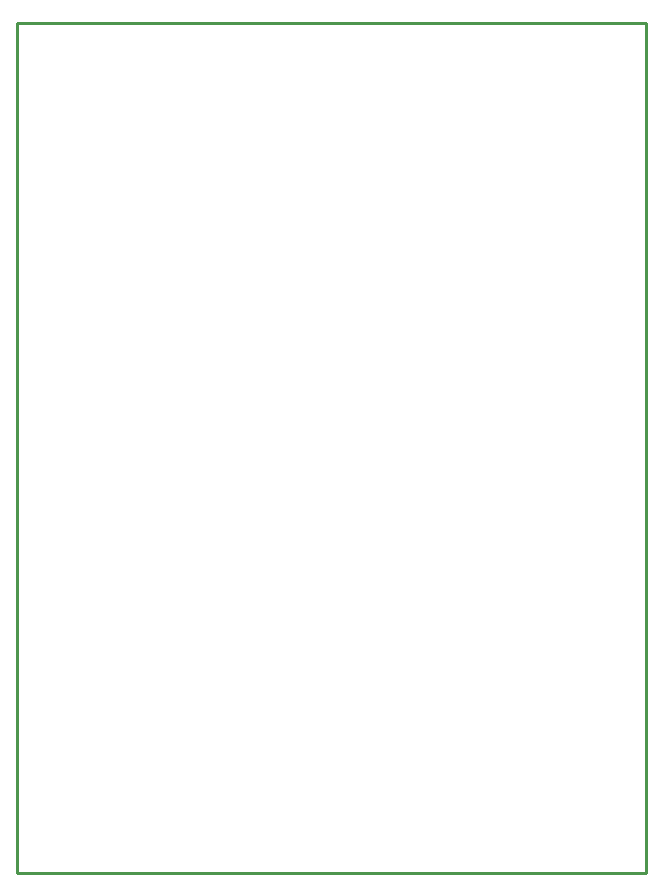
<source format=gm1>
%FSLAX25Y25*%
%MOIN*%
G70*
G01*
G75*
G04 Layer_Color=16711935*
%ADD10R,0.04331X0.06693*%
%ADD11R,0.06693X0.04331*%
%ADD12R,0.06299X0.12992*%
%ADD13R,0.06299X0.04724*%
%ADD14R,0.24606X0.26772*%
%ADD15R,0.05906X0.11811*%
%ADD16C,0.01000*%
%ADD17C,0.01969*%
%ADD18C,0.05906*%
%ADD19R,0.05906X0.05906*%
%ADD20C,0.19685*%
%ADD21C,0.07100*%
%ADD22C,0.07874*%
%ADD23R,0.07874X0.07874*%
%ADD24R,0.07874X0.07874*%
%ADD25R,0.05906X0.05906*%
%ADD26C,0.05512*%
%ADD27C,0.05000*%
%ADD28C,0.01181*%
%ADD29C,0.02000*%
%ADD30C,0.00787*%
%ADD31C,0.00600*%
%ADD32R,0.11024X0.03150*%
%ADD33R,0.03150X0.11024*%
%ADD34R,0.07480X0.03150*%
%ADD35R,0.03150X0.07480*%
%ADD36R,0.05131X0.07493*%
%ADD37R,0.07493X0.05131*%
%ADD38R,0.07099X0.13792*%
%ADD39R,0.07099X0.05524*%
%ADD40R,0.25406X0.27572*%
%ADD41R,0.06706X0.12611*%
%ADD42C,0.06706*%
%ADD43R,0.06706X0.06706*%
%ADD44C,0.20485*%
%ADD45C,0.08674*%
%ADD46R,0.08674X0.08674*%
%ADD47R,0.08674X0.08674*%
%ADD48R,0.06706X0.06706*%
%ADD49C,0.06312*%
%ADD50C,0.05800*%
D16*
X209646D01*
Y283465D01*
X0D02*
X209646D01*
X0Y0D02*
Y283465D01*
M02*

</source>
